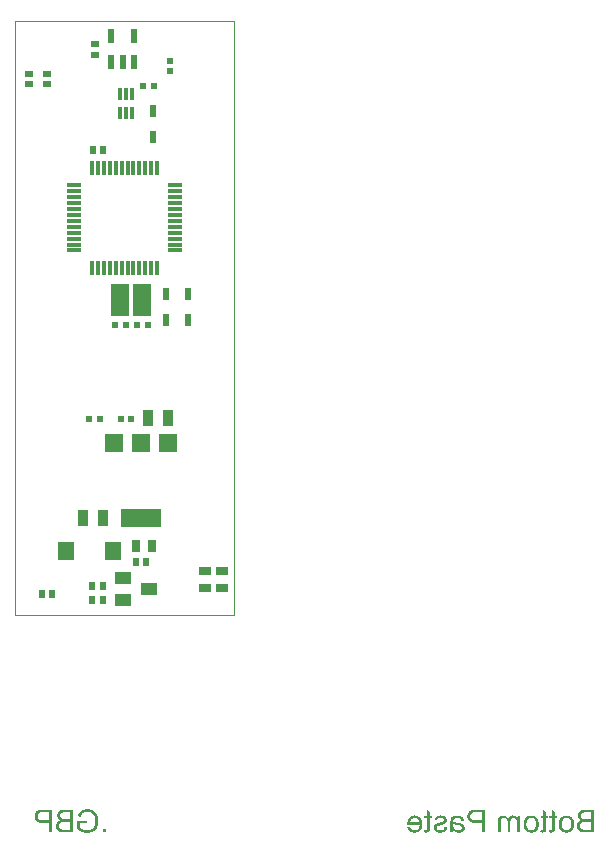
<source format=gbp>
G04*
G04 #@! TF.GenerationSoftware,Altium Limited,Altium Designer,18.1.9 (240)*
G04*
G04 Layer_Color=128*
%FSLAX43Y43*%
%MOMM*%
G71*
G01*
G75*
%ADD10R,1.000X0.640*%
%ADD11R,0.640X1.000*%
%ADD12C,0.100*%
%ADD14R,0.600X1.300*%
%ADD15R,0.700X0.510*%
%ADD16R,1.400X1.000*%
%ADD28R,0.540X1.060*%
%ADD32R,0.560X0.510*%
%ADD33R,0.510X0.700*%
%ADD34R,0.510X0.560*%
%ADD35R,3.500X1.650*%
%ADD36R,1.500X1.650*%
%ADD37R,1.200X0.300*%
%ADD38R,0.300X1.200*%
%ADD39R,0.300X0.990*%
%ADD40R,1.400X1.640*%
%ADD41R,1.500X2.700*%
%ADD42R,0.900X1.400*%
G36*
X6205Y-16437D02*
X6302Y-16451D01*
X6346Y-16459D01*
X6388Y-16470D01*
X6427Y-16478D01*
X6463Y-16489D01*
X6496Y-16501D01*
X6524Y-16512D01*
X6549Y-16523D01*
X6571Y-16531D01*
X6588Y-16539D01*
X6599Y-16545D01*
X6607Y-16548D01*
X6610Y-16550D01*
X6649Y-16575D01*
X6688Y-16600D01*
X6754Y-16659D01*
X6813Y-16717D01*
X6860Y-16778D01*
X6899Y-16831D01*
X6912Y-16853D01*
X6924Y-16875D01*
X6935Y-16892D01*
X6940Y-16903D01*
X6943Y-16911D01*
X6946Y-16914D01*
X6985Y-17006D01*
X7012Y-17097D01*
X7035Y-17186D01*
X7040Y-17228D01*
X7048Y-17267D01*
X7051Y-17303D01*
X7057Y-17333D01*
X7060Y-17364D01*
Y-17389D01*
X7062Y-17408D01*
Y-17422D01*
Y-17433D01*
Y-17436D01*
X7057Y-17539D01*
X7043Y-17636D01*
X7035Y-17680D01*
X7026Y-17722D01*
X7015Y-17764D01*
X7004Y-17800D01*
X6993Y-17833D01*
X6982Y-17861D01*
X6974Y-17889D01*
X6965Y-17908D01*
X6957Y-17927D01*
X6951Y-17939D01*
X6946Y-17947D01*
Y-17950D01*
X6896Y-18030D01*
X6840Y-18100D01*
X6782Y-18161D01*
X6726Y-18211D01*
X6674Y-18250D01*
X6654Y-18263D01*
X6635Y-18277D01*
X6618Y-18286D01*
X6607Y-18294D01*
X6599Y-18297D01*
X6596Y-18299D01*
X6552Y-18322D01*
X6507Y-18338D01*
X6418Y-18369D01*
X6332Y-18388D01*
X6252Y-18405D01*
X6216Y-18408D01*
X6182Y-18413D01*
X6152Y-18416D01*
X6127D01*
X6107Y-18419D01*
X6080D01*
X6002Y-18416D01*
X5927Y-18408D01*
X5857Y-18394D01*
X5796Y-18380D01*
X5771Y-18374D01*
X5746Y-18369D01*
X5724Y-18361D01*
X5705Y-18355D01*
X5691Y-18349D01*
X5680Y-18347D01*
X5674Y-18344D01*
X5671D01*
X5597Y-18313D01*
X5527Y-18277D01*
X5460Y-18238D01*
X5402Y-18202D01*
X5377Y-18186D01*
X5352Y-18169D01*
X5333Y-18155D01*
X5316Y-18144D01*
X5302Y-18133D01*
X5291Y-18125D01*
X5286Y-18122D01*
X5283Y-18119D01*
Y-17406D01*
X6099D01*
Y-17633D01*
X5533D01*
Y-17994D01*
X5566Y-18022D01*
X5605Y-18047D01*
X5647Y-18069D01*
X5685Y-18089D01*
X5719Y-18105D01*
X5749Y-18119D01*
X5760Y-18125D01*
X5766Y-18127D01*
X5771Y-18130D01*
X5774D01*
X5833Y-18150D01*
X5891Y-18166D01*
X5944Y-18177D01*
X5994Y-18183D01*
X6035Y-18188D01*
X6052D01*
X6068Y-18191D01*
X6096D01*
X6166Y-18188D01*
X6232Y-18177D01*
X6293Y-18163D01*
X6349Y-18150D01*
X6393Y-18133D01*
X6413Y-18127D01*
X6427Y-18122D01*
X6440Y-18116D01*
X6449Y-18111D01*
X6454Y-18108D01*
X6457D01*
X6515Y-18072D01*
X6568Y-18033D01*
X6613Y-17991D01*
X6649Y-17950D01*
X6679Y-17911D01*
X6699Y-17880D01*
X6707Y-17869D01*
X6710Y-17861D01*
X6715Y-17855D01*
Y-17853D01*
X6743Y-17783D01*
X6765Y-17711D01*
X6779Y-17639D01*
X6790Y-17569D01*
X6793Y-17539D01*
X6796Y-17511D01*
X6799Y-17483D01*
Y-17461D01*
X6801Y-17444D01*
Y-17431D01*
Y-17422D01*
Y-17419D01*
X6799Y-17342D01*
X6790Y-17272D01*
X6779Y-17206D01*
X6765Y-17147D01*
X6760Y-17122D01*
X6751Y-17100D01*
X6746Y-17081D01*
X6740Y-17064D01*
X6735Y-17050D01*
X6732Y-17042D01*
X6729Y-17036D01*
Y-17034D01*
X6710Y-16995D01*
X6690Y-16959D01*
X6671Y-16925D01*
X6651Y-16898D01*
X6635Y-16875D01*
X6621Y-16856D01*
X6610Y-16845D01*
X6607Y-16842D01*
X6577Y-16811D01*
X6543Y-16784D01*
X6507Y-16761D01*
X6474Y-16739D01*
X6446Y-16725D01*
X6424Y-16712D01*
X6407Y-16706D01*
X6402Y-16703D01*
X6352Y-16684D01*
X6302Y-16670D01*
X6249Y-16662D01*
X6202Y-16653D01*
X6160Y-16650D01*
X6143D01*
X6130Y-16648D01*
X6099D01*
X6046Y-16650D01*
X5996Y-16656D01*
X5952Y-16664D01*
X5913Y-16673D01*
X5880Y-16684D01*
X5855Y-16692D01*
X5841Y-16698D01*
X5835Y-16700D01*
X5794Y-16720D01*
X5758Y-16742D01*
X5724Y-16764D01*
X5699Y-16786D01*
X5680Y-16806D01*
X5663Y-16820D01*
X5655Y-16831D01*
X5652Y-16834D01*
X5627Y-16867D01*
X5608Y-16906D01*
X5588Y-16942D01*
X5572Y-16981D01*
X5560Y-17014D01*
X5552Y-17039D01*
X5549Y-17050D01*
X5547Y-17059D01*
X5544Y-17061D01*
Y-17064D01*
X5313Y-17003D01*
X5333Y-16934D01*
X5358Y-16873D01*
X5383Y-16817D01*
X5405Y-16773D01*
X5427Y-16736D01*
X5444Y-16712D01*
X5455Y-16695D01*
X5460Y-16689D01*
X5499Y-16645D01*
X5541Y-16609D01*
X5585Y-16575D01*
X5627Y-16548D01*
X5666Y-16528D01*
X5696Y-16512D01*
X5708Y-16506D01*
X5716Y-16503D01*
X5721Y-16501D01*
X5724D01*
X5788Y-16478D01*
X5855Y-16462D01*
X5916Y-16448D01*
X5974Y-16439D01*
X6027Y-16434D01*
X6049D01*
X6066Y-16431D01*
X6155D01*
X6205Y-16437D01*
D02*
G37*
G36*
X7706Y-18386D02*
X7437D01*
Y-18116D01*
X7706D01*
Y-18386D01*
D02*
G37*
G36*
X4919D02*
X4186D01*
X4120Y-18383D01*
X4061Y-18380D01*
X4009Y-18374D01*
X3964Y-18369D01*
X3928Y-18363D01*
X3900Y-18361D01*
X3884Y-18355D01*
X3878D01*
X3831Y-18341D01*
X3792Y-18327D01*
X3756Y-18311D01*
X3725Y-18294D01*
X3700Y-18283D01*
X3681Y-18272D01*
X3670Y-18263D01*
X3667Y-18261D01*
X3637Y-18236D01*
X3609Y-18205D01*
X3587Y-18175D01*
X3564Y-18147D01*
X3548Y-18119D01*
X3537Y-18100D01*
X3528Y-18086D01*
X3525Y-18080D01*
X3506Y-18036D01*
X3492Y-17991D01*
X3481Y-17950D01*
X3475Y-17911D01*
X3470Y-17878D01*
X3467Y-17850D01*
Y-17833D01*
Y-17830D01*
Y-17828D01*
X3470Y-17766D01*
X3481Y-17711D01*
X3498Y-17664D01*
X3514Y-17619D01*
X3531Y-17586D01*
X3548Y-17561D01*
X3559Y-17544D01*
X3562Y-17539D01*
X3600Y-17494D01*
X3642Y-17458D01*
X3689Y-17428D01*
X3731Y-17403D01*
X3770Y-17383D01*
X3803Y-17372D01*
X3814Y-17367D01*
X3823Y-17364D01*
X3828Y-17361D01*
X3831D01*
X3784Y-17333D01*
X3742Y-17306D01*
X3709Y-17275D01*
X3681Y-17247D01*
X3659Y-17225D01*
X3642Y-17203D01*
X3634Y-17192D01*
X3631Y-17186D01*
X3609Y-17145D01*
X3592Y-17106D01*
X3578Y-17067D01*
X3570Y-17031D01*
X3564Y-17000D01*
X3562Y-16975D01*
Y-16961D01*
Y-16956D01*
X3564Y-16909D01*
X3573Y-16861D01*
X3587Y-16820D01*
X3600Y-16781D01*
X3614Y-16748D01*
X3628Y-16725D01*
X3637Y-16709D01*
X3639Y-16703D01*
X3670Y-16662D01*
X3703Y-16623D01*
X3739Y-16592D01*
X3773Y-16567D01*
X3800Y-16548D01*
X3825Y-16534D01*
X3842Y-16525D01*
X3845Y-16523D01*
X3848D01*
X3900Y-16503D01*
X3959Y-16489D01*
X4017Y-16478D01*
X4072Y-16473D01*
X4122Y-16467D01*
X4145D01*
X4164Y-16464D01*
X4919D01*
Y-18386D01*
D02*
G37*
G36*
X3117D02*
X2862D01*
Y-17605D01*
X2371D01*
X2298Y-17603D01*
X2229Y-17597D01*
X2168Y-17589D01*
X2112Y-17578D01*
X2060Y-17567D01*
X2015Y-17553D01*
X1974Y-17536D01*
X1937Y-17519D01*
X1907Y-17506D01*
X1879Y-17489D01*
X1857Y-17475D01*
X1840Y-17461D01*
X1826Y-17453D01*
X1818Y-17444D01*
X1813Y-17439D01*
X1810Y-17436D01*
X1782Y-17403D01*
X1757Y-17369D01*
X1738Y-17336D01*
X1718Y-17300D01*
X1701Y-17264D01*
X1690Y-17231D01*
X1671Y-17167D01*
X1665Y-17136D01*
X1660Y-17109D01*
X1657Y-17084D01*
X1654Y-17064D01*
X1652Y-17045D01*
Y-17034D01*
Y-17025D01*
Y-17022D01*
X1654Y-16970D01*
X1660Y-16920D01*
X1671Y-16875D01*
X1679Y-16836D01*
X1690Y-16803D01*
X1701Y-16778D01*
X1707Y-16764D01*
X1710Y-16759D01*
X1732Y-16717D01*
X1760Y-16681D01*
X1785Y-16648D01*
X1810Y-16623D01*
X1832Y-16603D01*
X1849Y-16587D01*
X1860Y-16578D01*
X1865Y-16575D01*
X1901Y-16553D01*
X1943Y-16534D01*
X1982Y-16517D01*
X2018Y-16503D01*
X2051Y-16495D01*
X2076Y-16489D01*
X2096Y-16484D01*
X2101D01*
X2143Y-16478D01*
X2190Y-16473D01*
X2240Y-16470D01*
X2287Y-16467D01*
X2329Y-16464D01*
X3117D01*
Y-18386D01*
D02*
G37*
G36*
X42188Y-16964D02*
X42235Y-16972D01*
X42277Y-16981D01*
X42313Y-16992D01*
X42344Y-17006D01*
X42366Y-17014D01*
X42380Y-17022D01*
X42385Y-17025D01*
X42424Y-17050D01*
X42457Y-17078D01*
X42488Y-17106D01*
X42513Y-17133D01*
X42532Y-17156D01*
X42549Y-17175D01*
X42557Y-17186D01*
X42560Y-17192D01*
Y-16992D01*
X42771D01*
Y-18386D01*
X42535D01*
Y-17664D01*
X42532Y-17597D01*
X42530Y-17539D01*
X42524Y-17489D01*
X42516Y-17447D01*
X42507Y-17417D01*
X42502Y-17394D01*
X42499Y-17381D01*
X42496Y-17375D01*
X42480Y-17339D01*
X42460Y-17308D01*
X42441Y-17281D01*
X42421Y-17258D01*
X42402Y-17242D01*
X42388Y-17231D01*
X42377Y-17222D01*
X42374Y-17220D01*
X42341Y-17203D01*
X42310Y-17189D01*
X42277Y-17181D01*
X42249Y-17172D01*
X42227Y-17170D01*
X42208Y-17167D01*
X42191D01*
X42144Y-17170D01*
X42105Y-17178D01*
X42072Y-17192D01*
X42047Y-17206D01*
X42027Y-17222D01*
X42013Y-17233D01*
X42005Y-17245D01*
X42002Y-17247D01*
X41983Y-17281D01*
X41969Y-17317D01*
X41958Y-17356D01*
X41952Y-17394D01*
X41947Y-17428D01*
X41944Y-17458D01*
Y-17469D01*
Y-17475D01*
Y-17481D01*
Y-17483D01*
Y-18386D01*
X41708Y-18386D01*
Y-17578D01*
X41702Y-17503D01*
X41691Y-17439D01*
X41677Y-17386D01*
X41658Y-17342D01*
X41641Y-17308D01*
X41625Y-17286D01*
X41613Y-17272D01*
X41611Y-17267D01*
X41572Y-17233D01*
X41530Y-17208D01*
X41489Y-17192D01*
X41450Y-17178D01*
X41416Y-17172D01*
X41389Y-17170D01*
X41378Y-17167D01*
X41364D01*
X41333Y-17170D01*
X41308Y-17172D01*
X41283Y-17178D01*
X41264Y-17186D01*
X41244Y-17195D01*
X41233Y-17200D01*
X41225Y-17203D01*
X41222Y-17206D01*
X41200Y-17222D01*
X41183Y-17239D01*
X41169Y-17256D01*
X41158Y-17272D01*
X41150Y-17286D01*
X41144Y-17297D01*
X41139Y-17306D01*
Y-17308D01*
X41130Y-17333D01*
X41125Y-17367D01*
X41122Y-17400D01*
X41119Y-17433D01*
X41117Y-17464D01*
Y-17489D01*
Y-17506D01*
Y-17508D01*
Y-17511D01*
Y-18386D01*
X40881D01*
Y-17431D01*
Y-17386D01*
X40886Y-17347D01*
X40892Y-17308D01*
X40897Y-17275D01*
X40906Y-17242D01*
X40917Y-17214D01*
X40925Y-17189D01*
X40936Y-17164D01*
X40947Y-17145D01*
X40956Y-17125D01*
X40975Y-17100D01*
X40986Y-17084D01*
X40992Y-17078D01*
X41036Y-17039D01*
X41089Y-17011D01*
X41142Y-16989D01*
X41192Y-16975D01*
X41239Y-16967D01*
X41258Y-16964D01*
X41278D01*
X41291Y-16961D01*
X41311D01*
X41361Y-16964D01*
X41405Y-16972D01*
X41450Y-16984D01*
X41491Y-17000D01*
X41530Y-17020D01*
X41566Y-17039D01*
X41597Y-17061D01*
X41627Y-17084D01*
X41655Y-17109D01*
X41677Y-17131D01*
X41697Y-17150D01*
X41713Y-17170D01*
X41727Y-17186D01*
X41736Y-17197D01*
X41741Y-17206D01*
X41744Y-17208D01*
X41761Y-17167D01*
X41783Y-17131D01*
X41808Y-17100D01*
X41830Y-17075D01*
X41852Y-17053D01*
X41869Y-17039D01*
X41880Y-17031D01*
X41886Y-17028D01*
X41924Y-17006D01*
X41966Y-16989D01*
X42008Y-16978D01*
X42049Y-16970D01*
X42083Y-16964D01*
X42113Y-16961D01*
X42138D01*
X42188Y-16964D01*
D02*
G37*
G36*
X37471Y-16964D02*
X37530Y-16970D01*
X37585Y-16978D01*
X37630Y-16986D01*
X37668Y-16995D01*
X37696Y-17003D01*
X37707Y-17006D01*
X37716Y-17009D01*
X37718Y-17011D01*
X37721D01*
X37768Y-17031D01*
X37810Y-17056D01*
X37846Y-17078D01*
X37877Y-17100D01*
X37899Y-17122D01*
X37916Y-17139D01*
X37927Y-17150D01*
X37929Y-17153D01*
X37954Y-17189D01*
X37977Y-17228D01*
X37993Y-17267D01*
X38007Y-17303D01*
X38018Y-17339D01*
X38027Y-17364D01*
X38029Y-17375D01*
Y-17383D01*
X38032Y-17386D01*
Y-17389D01*
X37802Y-17419D01*
X37785Y-17369D01*
X37768Y-17325D01*
X37749Y-17289D01*
X37732Y-17261D01*
X37716Y-17239D01*
X37702Y-17225D01*
X37691Y-17217D01*
X37688Y-17214D01*
X37655Y-17195D01*
X37616Y-17181D01*
X37574Y-17170D01*
X37535Y-17164D01*
X37496Y-17158D01*
X37469Y-17156D01*
X37441D01*
X37377Y-17158D01*
X37321Y-17167D01*
X37277Y-17181D01*
X37238Y-17195D01*
X37210Y-17211D01*
X37188Y-17222D01*
X37174Y-17233D01*
X37172Y-17236D01*
X37149Y-17261D01*
X37133Y-17292D01*
X37119Y-17325D01*
X37110Y-17358D01*
X37105Y-17389D01*
X37102Y-17417D01*
Y-17433D01*
Y-17436D01*
Y-17439D01*
Y-17444D01*
Y-17456D01*
Y-17475D01*
X37105Y-17492D01*
Y-17497D01*
Y-17500D01*
X37133Y-17508D01*
X37163Y-17517D01*
X37227Y-17533D01*
X37299Y-17547D01*
X37366Y-17561D01*
X37399Y-17567D01*
X37430Y-17569D01*
X37458Y-17575D01*
X37480Y-17578D01*
X37499Y-17580D01*
X37513D01*
X37524Y-17583D01*
X37527D01*
X37577Y-17589D01*
X37619Y-17597D01*
X37655Y-17603D01*
X37682Y-17608D01*
X37705Y-17611D01*
X37721Y-17617D01*
X37732Y-17619D01*
X37735D01*
X37771Y-17630D01*
X37802Y-17642D01*
X37832Y-17655D01*
X37857Y-17667D01*
X37879Y-17678D01*
X37893Y-17689D01*
X37904Y-17694D01*
X37907Y-17697D01*
X37935Y-17716D01*
X37957Y-17739D01*
X37979Y-17761D01*
X37996Y-17783D01*
X38010Y-17803D01*
X38021Y-17819D01*
X38027Y-17830D01*
X38029Y-17833D01*
X38043Y-17864D01*
X38054Y-17897D01*
X38063Y-17927D01*
X38068Y-17958D01*
X38071Y-17983D01*
X38074Y-18002D01*
Y-18014D01*
Y-18019D01*
X38071Y-18052D01*
X38068Y-18080D01*
X38054Y-18138D01*
X38035Y-18186D01*
X38013Y-18227D01*
X37991Y-18261D01*
X37971Y-18286D01*
X37957Y-18300D01*
X37952Y-18305D01*
X37902Y-18341D01*
X37846Y-18369D01*
X37785Y-18388D01*
X37730Y-18402D01*
X37680Y-18411D01*
X37657Y-18413D01*
X37638D01*
X37621Y-18416D01*
X37599D01*
X37549Y-18413D01*
X37499Y-18408D01*
X37455Y-18402D01*
X37416Y-18394D01*
X37385Y-18386D01*
X37360Y-18377D01*
X37344Y-18374D01*
X37338Y-18372D01*
X37291Y-18352D01*
X37247Y-18327D01*
X37205Y-18300D01*
X37163Y-18275D01*
X37130Y-18250D01*
X37105Y-18230D01*
X37088Y-18216D01*
X37085Y-18211D01*
X37083D01*
X37077Y-18247D01*
X37072Y-18280D01*
X37066Y-18311D01*
X37058Y-18336D01*
X37049Y-18358D01*
X37044Y-18372D01*
X37041Y-18383D01*
X37038Y-18386D01*
X36791D01*
X36805Y-18355D01*
X36819Y-18324D01*
X36830Y-18297D01*
X36836Y-18272D01*
X36844Y-18250D01*
X36847Y-18233D01*
X36850Y-18222D01*
Y-18219D01*
X36852Y-18200D01*
X36855Y-18175D01*
Y-18147D01*
X36858Y-18116D01*
X36861Y-18047D01*
Y-17977D01*
X36863Y-17911D01*
Y-17880D01*
Y-17855D01*
Y-17833D01*
Y-17816D01*
Y-17805D01*
Y-17803D01*
Y-17486D01*
Y-17433D01*
X36866Y-17386D01*
X36869Y-17350D01*
Y-17319D01*
X36872Y-17297D01*
X36874Y-17281D01*
X36877Y-17272D01*
Y-17270D01*
X36886Y-17233D01*
X36897Y-17203D01*
X36908Y-17178D01*
X36922Y-17153D01*
X36933Y-17136D01*
X36941Y-17122D01*
X36947Y-17114D01*
X36949Y-17111D01*
X36972Y-17089D01*
X36997Y-17067D01*
X37024Y-17050D01*
X37052Y-17034D01*
X37077Y-17022D01*
X37097Y-17014D01*
X37110Y-17009D01*
X37116Y-17006D01*
X37160Y-16992D01*
X37208Y-16981D01*
X37255Y-16972D01*
X37302Y-16967D01*
X37344Y-16964D01*
X37374Y-16961D01*
X37405D01*
X37471Y-16964D01*
D02*
G37*
G36*
X45717Y-16648D02*
Y-16992D01*
X45892D01*
Y-17175D01*
X45717D01*
Y-17980D01*
Y-18019D01*
Y-18052D01*
X45714Y-18083D01*
X45711Y-18114D01*
Y-18138D01*
X45708Y-18161D01*
X45703Y-18197D01*
X45697Y-18225D01*
X45695Y-18244D01*
X45689Y-18255D01*
Y-18258D01*
X45678Y-18283D01*
X45661Y-18302D01*
X45645Y-18322D01*
X45631Y-18336D01*
X45614Y-18349D01*
X45603Y-18358D01*
X45595Y-18363D01*
X45592Y-18366D01*
X45561Y-18380D01*
X45531Y-18388D01*
X45497Y-18397D01*
X45464Y-18399D01*
X45436Y-18402D01*
X45414Y-18405D01*
X45392D01*
X45331Y-18402D01*
X45300Y-18399D01*
X45273Y-18394D01*
X45248Y-18391D01*
X45228Y-18388D01*
X45217Y-18386D01*
X45211D01*
X45242Y-18177D01*
X45264Y-18180D01*
X45286Y-18183D01*
X45306D01*
X45320Y-18186D01*
X45348D01*
X45384Y-18183D01*
X45409Y-18177D01*
X45422Y-18172D01*
X45428Y-18169D01*
X45447Y-18155D01*
X45459Y-18141D01*
X45467Y-18130D01*
X45470Y-18125D01*
X45472Y-18111D01*
X45475Y-18091D01*
X45478Y-18047D01*
X45481Y-18027D01*
Y-18011D01*
Y-18000D01*
Y-17994D01*
Y-17175D01*
X45242D01*
Y-16992D01*
X45481D01*
Y-16506D01*
X45717Y-16648D01*
D02*
G37*
G36*
X44970D02*
Y-16992D01*
X45145D01*
Y-17175D01*
X44970D01*
Y-17980D01*
Y-18019D01*
Y-18052D01*
X44967Y-18083D01*
X44964Y-18114D01*
Y-18138D01*
X44962Y-18161D01*
X44956Y-18197D01*
X44951Y-18225D01*
X44948Y-18244D01*
X44942Y-18255D01*
Y-18258D01*
X44931Y-18283D01*
X44914Y-18302D01*
X44898Y-18322D01*
X44884Y-18336D01*
X44867Y-18349D01*
X44856Y-18358D01*
X44848Y-18363D01*
X44845Y-18366D01*
X44814Y-18380D01*
X44784Y-18388D01*
X44751Y-18397D01*
X44717Y-18399D01*
X44690Y-18402D01*
X44667Y-18405D01*
X44645D01*
X44584Y-18402D01*
X44554Y-18399D01*
X44526Y-18394D01*
X44501Y-18391D01*
X44481Y-18388D01*
X44470Y-18386D01*
X44465D01*
X44495Y-18177D01*
X44517Y-18180D01*
X44540Y-18183D01*
X44559D01*
X44573Y-18186D01*
X44601D01*
X44637Y-18183D01*
X44662Y-18177D01*
X44676Y-18172D01*
X44681Y-18169D01*
X44701Y-18155D01*
X44712Y-18141D01*
X44720Y-18130D01*
X44723Y-18125D01*
X44726Y-18111D01*
X44728Y-18091D01*
X44731Y-18047D01*
X44734Y-18027D01*
Y-18011D01*
Y-18000D01*
Y-17994D01*
Y-17175D01*
X44495D01*
Y-16992D01*
X44734D01*
Y-16506D01*
X44970Y-16648D01*
D02*
G37*
G36*
X35117Y-16648D02*
Y-16992D01*
X35292D01*
Y-17175D01*
X35117D01*
Y-17980D01*
Y-18019D01*
Y-18052D01*
X35114Y-18083D01*
X35112Y-18114D01*
Y-18138D01*
X35109Y-18161D01*
X35103Y-18197D01*
X35098Y-18225D01*
X35095Y-18244D01*
X35089Y-18255D01*
Y-18258D01*
X35078Y-18283D01*
X35062Y-18302D01*
X35045Y-18322D01*
X35031Y-18336D01*
X35014Y-18349D01*
X35003Y-18358D01*
X34995Y-18363D01*
X34992Y-18366D01*
X34962Y-18380D01*
X34931Y-18388D01*
X34898Y-18397D01*
X34865Y-18399D01*
X34837Y-18402D01*
X34815Y-18405D01*
X34792D01*
X34731Y-18402D01*
X34701Y-18399D01*
X34673Y-18394D01*
X34648Y-18391D01*
X34629Y-18388D01*
X34617Y-18386D01*
X34612D01*
X34642Y-18177D01*
X34665Y-18180D01*
X34687Y-18183D01*
X34706D01*
X34720Y-18186D01*
X34748D01*
X34784Y-18183D01*
X34809Y-18177D01*
X34823Y-18172D01*
X34828Y-18169D01*
X34848Y-18155D01*
X34859Y-18141D01*
X34867Y-18130D01*
X34870Y-18125D01*
X34873Y-18111D01*
X34876Y-18091D01*
X34878Y-18047D01*
X34881Y-18027D01*
Y-18011D01*
Y-18000D01*
Y-17994D01*
Y-17175D01*
X34642D01*
Y-16992D01*
X34881D01*
Y-16506D01*
X35117Y-16648D01*
D02*
G37*
G36*
X33893Y-16964D02*
X33943Y-16970D01*
X33990Y-16978D01*
X34034Y-16992D01*
X34076Y-17006D01*
X34115Y-17022D01*
X34151Y-17039D01*
X34182Y-17059D01*
X34212Y-17075D01*
X34237Y-17095D01*
X34259Y-17111D01*
X34276Y-17125D01*
X34290Y-17139D01*
X34301Y-17147D01*
X34306Y-17153D01*
X34309Y-17156D01*
X34340Y-17195D01*
X34368Y-17236D01*
X34393Y-17278D01*
X34415Y-17322D01*
X34431Y-17369D01*
X34445Y-17414D01*
X34468Y-17503D01*
X34476Y-17542D01*
X34481Y-17580D01*
X34484Y-17614D01*
X34487Y-17644D01*
X34490Y-17669D01*
Y-17686D01*
Y-17700D01*
Y-17703D01*
X34487Y-17764D01*
X34481Y-17822D01*
X34473Y-17878D01*
X34462Y-17927D01*
X34448Y-17975D01*
X34434Y-18019D01*
X34418Y-18058D01*
X34401Y-18094D01*
X34384Y-18125D01*
X34368Y-18152D01*
X34354Y-18175D01*
X34340Y-18194D01*
X34329Y-18211D01*
X34320Y-18222D01*
X34315Y-18227D01*
X34312Y-18230D01*
X34276Y-18263D01*
X34240Y-18291D01*
X34201Y-18316D01*
X34159Y-18338D01*
X34120Y-18355D01*
X34079Y-18372D01*
X34001Y-18394D01*
X33965Y-18399D01*
X33932Y-18405D01*
X33901Y-18411D01*
X33876Y-18413D01*
X33857Y-18416D01*
X33826D01*
X33740Y-18411D01*
X33662Y-18397D01*
X33593Y-18380D01*
X33565Y-18369D01*
X33537Y-18358D01*
X33512Y-18347D01*
X33490Y-18336D01*
X33474Y-18327D01*
X33457Y-18319D01*
X33446Y-18311D01*
X33438Y-18305D01*
X33432Y-18300D01*
X33429D01*
X33374Y-18250D01*
X33329Y-18197D01*
X33290Y-18141D01*
X33263Y-18089D01*
X33240Y-18041D01*
X33232Y-18019D01*
X33224Y-18002D01*
X33218Y-17986D01*
X33215Y-17975D01*
X33213Y-17969D01*
Y-17966D01*
X33457Y-17936D01*
X33479Y-17989D01*
X33504Y-18033D01*
X33529Y-18072D01*
X33551Y-18102D01*
X33571Y-18125D01*
X33587Y-18141D01*
X33601Y-18152D01*
X33604Y-18155D01*
X33640Y-18177D01*
X33676Y-18194D01*
X33715Y-18205D01*
X33748Y-18213D01*
X33779Y-18219D01*
X33804Y-18222D01*
X33826D01*
X33860Y-18219D01*
X33890Y-18216D01*
X33946Y-18202D01*
X33996Y-18183D01*
X34040Y-18161D01*
X34073Y-18141D01*
X34098Y-18122D01*
X34115Y-18108D01*
X34118Y-18102D01*
X34120D01*
X34159Y-18052D01*
X34190Y-17997D01*
X34212Y-17936D01*
X34229Y-17880D01*
X34237Y-17830D01*
X34243Y-17808D01*
X34245Y-17789D01*
Y-17772D01*
X34248Y-17761D01*
Y-17753D01*
Y-17750D01*
X33207D01*
X33204Y-17722D01*
Y-17703D01*
Y-17692D01*
Y-17689D01*
X33207Y-17625D01*
X33213Y-17567D01*
X33221Y-17511D01*
X33232Y-17458D01*
X33246Y-17411D01*
X33260Y-17367D01*
X33277Y-17328D01*
X33293Y-17292D01*
X33310Y-17258D01*
X33326Y-17231D01*
X33340Y-17208D01*
X33354Y-17189D01*
X33365Y-17172D01*
X33374Y-17161D01*
X33379Y-17156D01*
X33382Y-17153D01*
X33415Y-17120D01*
X33451Y-17089D01*
X33490Y-17064D01*
X33529Y-17042D01*
X33568Y-17022D01*
X33604Y-17009D01*
X33643Y-16995D01*
X33676Y-16986D01*
X33712Y-16978D01*
X33743Y-16972D01*
X33771Y-16967D01*
X33793Y-16964D01*
X33812Y-16961D01*
X33840D01*
X33893Y-16964D01*
D02*
G37*
G36*
X49020Y-18386D02*
X48288D01*
X48221Y-18383D01*
X48163Y-18380D01*
X48110Y-18374D01*
X48065Y-18369D01*
X48029Y-18363D01*
X48002Y-18361D01*
X47985Y-18355D01*
X47979D01*
X47932Y-18341D01*
X47893Y-18327D01*
X47857Y-18311D01*
X47827Y-18294D01*
X47802Y-18283D01*
X47782Y-18272D01*
X47771Y-18263D01*
X47768Y-18261D01*
X47738Y-18236D01*
X47710Y-18205D01*
X47688Y-18175D01*
X47666Y-18147D01*
X47649Y-18119D01*
X47638Y-18100D01*
X47630Y-18086D01*
X47627Y-18080D01*
X47607Y-18036D01*
X47593Y-17991D01*
X47582Y-17950D01*
X47577Y-17911D01*
X47571Y-17878D01*
X47568Y-17850D01*
Y-17833D01*
Y-17830D01*
Y-17828D01*
X47571Y-17766D01*
X47582Y-17711D01*
X47599Y-17664D01*
X47616Y-17619D01*
X47632Y-17586D01*
X47649Y-17561D01*
X47660Y-17544D01*
X47663Y-17539D01*
X47702Y-17494D01*
X47743Y-17458D01*
X47791Y-17428D01*
X47832Y-17403D01*
X47871Y-17383D01*
X47904Y-17372D01*
X47916Y-17367D01*
X47924Y-17364D01*
X47929Y-17361D01*
X47932D01*
X47885Y-17333D01*
X47843Y-17306D01*
X47810Y-17275D01*
X47782Y-17247D01*
X47760Y-17225D01*
X47743Y-17203D01*
X47735Y-17192D01*
X47732Y-17186D01*
X47710Y-17145D01*
X47693Y-17106D01*
X47680Y-17067D01*
X47671Y-17031D01*
X47666Y-17000D01*
X47663Y-16975D01*
Y-16961D01*
Y-16956D01*
X47666Y-16909D01*
X47674Y-16861D01*
X47688Y-16820D01*
X47702Y-16781D01*
X47716Y-16748D01*
X47730Y-16725D01*
X47738Y-16709D01*
X47741Y-16703D01*
X47771Y-16662D01*
X47804Y-16623D01*
X47841Y-16592D01*
X47874Y-16567D01*
X47902Y-16548D01*
X47927Y-16534D01*
X47943Y-16525D01*
X47946Y-16523D01*
X47949D01*
X48002Y-16503D01*
X48060Y-16489D01*
X48118Y-16478D01*
X48174Y-16473D01*
X48224Y-16467D01*
X48246D01*
X48265Y-16464D01*
X49020D01*
Y-18386D01*
D02*
G37*
G36*
X39753Y-18386D02*
X39498D01*
Y-17605D01*
X39007D01*
X38934Y-17603D01*
X38865Y-17597D01*
X38804Y-17589D01*
X38748Y-17578D01*
X38696Y-17567D01*
X38651Y-17553D01*
X38610Y-17536D01*
X38574Y-17519D01*
X38543Y-17506D01*
X38515Y-17489D01*
X38493Y-17475D01*
X38476Y-17461D01*
X38462Y-17453D01*
X38454Y-17444D01*
X38449Y-17439D01*
X38446Y-17436D01*
X38418Y-17403D01*
X38393Y-17369D01*
X38374Y-17336D01*
X38354Y-17300D01*
X38338Y-17264D01*
X38326Y-17231D01*
X38307Y-17167D01*
X38301Y-17136D01*
X38296Y-17109D01*
X38293Y-17084D01*
X38290Y-17064D01*
X38288Y-17045D01*
Y-17034D01*
Y-17025D01*
Y-17022D01*
X38290Y-16970D01*
X38296Y-16920D01*
X38307Y-16875D01*
X38315Y-16836D01*
X38326Y-16803D01*
X38338Y-16778D01*
X38343Y-16764D01*
X38346Y-16759D01*
X38368Y-16717D01*
X38396Y-16681D01*
X38421Y-16648D01*
X38446Y-16623D01*
X38468Y-16603D01*
X38485Y-16587D01*
X38496Y-16578D01*
X38501Y-16575D01*
X38537Y-16553D01*
X38579Y-16534D01*
X38618Y-16517D01*
X38654Y-16503D01*
X38687Y-16495D01*
X38712Y-16489D01*
X38732Y-16484D01*
X38737D01*
X38779Y-16478D01*
X38826Y-16473D01*
X38876Y-16470D01*
X38923Y-16467D01*
X38965Y-16464D01*
X39753D01*
Y-18386D01*
D02*
G37*
G36*
X46733Y-16964D02*
X46777Y-16967D01*
X46863Y-16986D01*
X46938Y-17011D01*
X46972Y-17025D01*
X47002Y-17039D01*
X47030Y-17053D01*
X47052Y-17067D01*
X47074Y-17081D01*
X47091Y-17092D01*
X47105Y-17103D01*
X47116Y-17111D01*
X47122Y-17114D01*
X47124Y-17117D01*
X47163Y-17153D01*
X47194Y-17195D01*
X47224Y-17239D01*
X47246Y-17283D01*
X47269Y-17331D01*
X47285Y-17381D01*
X47299Y-17428D01*
X47310Y-17472D01*
X47321Y-17517D01*
X47327Y-17555D01*
X47333Y-17594D01*
X47335Y-17625D01*
Y-17653D01*
X47338Y-17672D01*
Y-17683D01*
Y-17689D01*
X47335Y-17753D01*
X47330Y-17814D01*
X47321Y-17869D01*
X47310Y-17922D01*
X47296Y-17969D01*
X47283Y-18014D01*
X47266Y-18055D01*
X47249Y-18091D01*
X47233Y-18125D01*
X47216Y-18152D01*
X47202Y-18175D01*
X47188Y-18194D01*
X47177Y-18211D01*
X47169Y-18222D01*
X47163Y-18227D01*
X47160Y-18230D01*
X47124Y-18263D01*
X47088Y-18291D01*
X47049Y-18316D01*
X47010Y-18338D01*
X46972Y-18355D01*
X46930Y-18372D01*
X46855Y-18394D01*
X46822Y-18399D01*
X46788Y-18405D01*
X46761Y-18411D01*
X46736Y-18413D01*
X46713Y-18416D01*
X46686D01*
X46619Y-18413D01*
X46558Y-18402D01*
X46500Y-18388D01*
X46452Y-18374D01*
X46411Y-18358D01*
X46394Y-18352D01*
X46380Y-18347D01*
X46366Y-18341D01*
X46358Y-18336D01*
X46355Y-18333D01*
X46353D01*
X46297Y-18297D01*
X46250Y-18258D01*
X46208Y-18219D01*
X46175Y-18180D01*
X46150Y-18147D01*
X46130Y-18119D01*
X46125Y-18108D01*
X46119Y-18100D01*
X46117Y-18097D01*
Y-18094D01*
X46089Y-18030D01*
X46069Y-17961D01*
X46053Y-17891D01*
X46044Y-17822D01*
X46039Y-17791D01*
Y-17764D01*
X46036Y-17736D01*
X46033Y-17714D01*
Y-17694D01*
Y-17680D01*
Y-17672D01*
Y-17669D01*
X46036Y-17608D01*
X46042Y-17553D01*
X46050Y-17500D01*
X46061Y-17450D01*
X46075Y-17403D01*
X46092Y-17361D01*
X46108Y-17319D01*
X46125Y-17286D01*
X46142Y-17256D01*
X46158Y-17228D01*
X46175Y-17203D01*
X46189Y-17183D01*
X46200Y-17170D01*
X46208Y-17158D01*
X46214Y-17153D01*
X46216Y-17150D01*
X46253Y-17117D01*
X46289Y-17089D01*
X46328Y-17061D01*
X46366Y-17042D01*
X46405Y-17022D01*
X46444Y-17009D01*
X46519Y-16984D01*
X46555Y-16978D01*
X46586Y-16972D01*
X46613Y-16967D01*
X46638Y-16964D01*
X46658Y-16961D01*
X46686D01*
X46733Y-16964D01*
D02*
G37*
G36*
X43746D02*
X43790Y-16967D01*
X43876Y-16986D01*
X43951Y-17011D01*
X43984Y-17025D01*
X44015Y-17039D01*
X44043Y-17053D01*
X44065Y-17067D01*
X44087Y-17081D01*
X44104Y-17092D01*
X44118Y-17103D01*
X44129Y-17111D01*
X44134Y-17114D01*
X44137Y-17117D01*
X44176Y-17153D01*
X44206Y-17195D01*
X44237Y-17239D01*
X44259Y-17283D01*
X44281Y-17331D01*
X44298Y-17381D01*
X44312Y-17428D01*
X44323Y-17472D01*
X44334Y-17517D01*
X44340Y-17555D01*
X44345Y-17594D01*
X44348Y-17625D01*
Y-17653D01*
X44351Y-17672D01*
Y-17683D01*
Y-17689D01*
X44348Y-17753D01*
X44343Y-17814D01*
X44334Y-17869D01*
X44323Y-17922D01*
X44309Y-17969D01*
X44295Y-18014D01*
X44279Y-18055D01*
X44262Y-18091D01*
X44245Y-18125D01*
X44229Y-18152D01*
X44215Y-18175D01*
X44201Y-18194D01*
X44190Y-18211D01*
X44181Y-18222D01*
X44176Y-18227D01*
X44173Y-18230D01*
X44137Y-18263D01*
X44101Y-18291D01*
X44062Y-18316D01*
X44023Y-18338D01*
X43984Y-18355D01*
X43943Y-18372D01*
X43868Y-18394D01*
X43834Y-18399D01*
X43801Y-18405D01*
X43773Y-18411D01*
X43748Y-18413D01*
X43726Y-18416D01*
X43698D01*
X43632Y-18413D01*
X43571Y-18402D01*
X43512Y-18388D01*
X43465Y-18374D01*
X43424Y-18358D01*
X43407Y-18352D01*
X43393Y-18347D01*
X43379Y-18341D01*
X43371Y-18336D01*
X43368Y-18333D01*
X43365D01*
X43310Y-18297D01*
X43263Y-18258D01*
X43221Y-18219D01*
X43188Y-18180D01*
X43163Y-18147D01*
X43143Y-18119D01*
X43138Y-18108D01*
X43132Y-18100D01*
X43129Y-18097D01*
Y-18094D01*
X43102Y-18030D01*
X43082Y-17961D01*
X43065Y-17891D01*
X43057Y-17822D01*
X43052Y-17791D01*
Y-17764D01*
X43049Y-17736D01*
X43046Y-17714D01*
Y-17694D01*
Y-17680D01*
Y-17672D01*
Y-17669D01*
X43049Y-17608D01*
X43054Y-17553D01*
X43063Y-17500D01*
X43074Y-17450D01*
X43088Y-17403D01*
X43104Y-17361D01*
X43121Y-17319D01*
X43138Y-17286D01*
X43154Y-17256D01*
X43171Y-17228D01*
X43188Y-17203D01*
X43201Y-17183D01*
X43213Y-17170D01*
X43221Y-17158D01*
X43226Y-17153D01*
X43229Y-17150D01*
X43265Y-17117D01*
X43301Y-17089D01*
X43340Y-17061D01*
X43379Y-17042D01*
X43418Y-17022D01*
X43457Y-17009D01*
X43532Y-16984D01*
X43568Y-16978D01*
X43598Y-16972D01*
X43626Y-16967D01*
X43651Y-16964D01*
X43671Y-16961D01*
X43698D01*
X43746Y-16964D01*
D02*
G37*
G36*
X36122Y-16967D02*
X36155Y-16970D01*
X36186Y-16975D01*
X36211Y-16981D01*
X36230Y-16986D01*
X36242Y-16989D01*
X36247Y-16992D01*
X36280Y-17003D01*
X36311Y-17014D01*
X36336Y-17025D01*
X36358Y-17036D01*
X36375Y-17045D01*
X36386Y-17053D01*
X36394Y-17056D01*
X36397Y-17059D01*
X36425Y-17078D01*
X36447Y-17100D01*
X36466Y-17125D01*
X36483Y-17145D01*
X36497Y-17164D01*
X36505Y-17178D01*
X36511Y-17189D01*
X36514Y-17192D01*
X36527Y-17222D01*
X36539Y-17250D01*
X36544Y-17281D01*
X36550Y-17306D01*
X36552Y-17331D01*
X36555Y-17347D01*
Y-17358D01*
Y-17364D01*
X36552Y-17403D01*
X36547Y-17436D01*
X36539Y-17469D01*
X36530Y-17497D01*
X36522Y-17519D01*
X36514Y-17539D01*
X36508Y-17550D01*
X36505Y-17553D01*
X36483Y-17583D01*
X36458Y-17608D01*
X36433Y-17630D01*
X36408Y-17650D01*
X36386Y-17664D01*
X36369Y-17675D01*
X36358Y-17680D01*
X36353Y-17683D01*
X36333Y-17692D01*
X36308Y-17703D01*
X36253Y-17722D01*
X36194Y-17739D01*
X36133Y-17758D01*
X36080Y-17772D01*
X36056Y-17780D01*
X36033Y-17786D01*
X36017Y-17791D01*
X36003Y-17794D01*
X35994Y-17797D01*
X35992D01*
X35956Y-17805D01*
X35925Y-17814D01*
X35897Y-17822D01*
X35872Y-17830D01*
X35850Y-17836D01*
X35831Y-17844D01*
X35797Y-17855D01*
X35775Y-17864D01*
X35761Y-17872D01*
X35753Y-17875D01*
X35750Y-17878D01*
X35725Y-17894D01*
X35708Y-17916D01*
X35695Y-17936D01*
X35686Y-17955D01*
X35681Y-17975D01*
X35678Y-17989D01*
Y-18000D01*
Y-18002D01*
X35681Y-18036D01*
X35689Y-18064D01*
X35703Y-18091D01*
X35717Y-18114D01*
X35733Y-18133D01*
X35745Y-18147D01*
X35756Y-18155D01*
X35758Y-18158D01*
X35792Y-18180D01*
X35828Y-18194D01*
X35869Y-18205D01*
X35908Y-18213D01*
X35944Y-18219D01*
X35972Y-18222D01*
X36000D01*
X36058Y-18219D01*
X36108Y-18211D01*
X36150Y-18200D01*
X36186Y-18186D01*
X36214Y-18172D01*
X36236Y-18161D01*
X36247Y-18152D01*
X36253Y-18150D01*
X36283Y-18119D01*
X36308Y-18083D01*
X36325Y-18047D01*
X36339Y-18014D01*
X36350Y-17983D01*
X36355Y-17955D01*
X36361Y-17939D01*
Y-17936D01*
Y-17933D01*
X36594Y-17969D01*
X36575Y-18047D01*
X36550Y-18116D01*
X36519Y-18172D01*
X36489Y-18219D01*
X36461Y-18258D01*
X36436Y-18283D01*
X36419Y-18300D01*
X36416Y-18302D01*
X36414Y-18305D01*
X36386Y-18324D01*
X36355Y-18341D01*
X36289Y-18369D01*
X36219Y-18388D01*
X36153Y-18402D01*
X36122Y-18408D01*
X36094Y-18411D01*
X36067Y-18413D01*
X36044D01*
X36025Y-18416D01*
X36000D01*
X35939Y-18413D01*
X35886Y-18408D01*
X35836Y-18399D01*
X35792Y-18388D01*
X35756Y-18377D01*
X35728Y-18369D01*
X35711Y-18363D01*
X35708Y-18361D01*
X35706D01*
X35659Y-18336D01*
X35620Y-18311D01*
X35586Y-18283D01*
X35556Y-18258D01*
X35534Y-18236D01*
X35520Y-18216D01*
X35509Y-18205D01*
X35506Y-18200D01*
X35484Y-18161D01*
X35467Y-18119D01*
X35453Y-18083D01*
X35445Y-18050D01*
X35439Y-18019D01*
X35436Y-17997D01*
Y-17983D01*
Y-17977D01*
X35439Y-17933D01*
X35445Y-17894D01*
X35456Y-17861D01*
X35464Y-17830D01*
X35475Y-17805D01*
X35486Y-17789D01*
X35492Y-17778D01*
X35495Y-17775D01*
X35517Y-17747D01*
X35542Y-17722D01*
X35567Y-17700D01*
X35592Y-17683D01*
X35617Y-17669D01*
X35634Y-17661D01*
X35645Y-17655D01*
X35650Y-17653D01*
X35670Y-17644D01*
X35692Y-17636D01*
X35745Y-17617D01*
X35803Y-17597D01*
X35861Y-17580D01*
X35914Y-17564D01*
X35939Y-17558D01*
X35958Y-17553D01*
X35975Y-17547D01*
X35989Y-17544D01*
X35997Y-17542D01*
X36000D01*
X36031Y-17533D01*
X36058Y-17525D01*
X36083Y-17519D01*
X36105Y-17511D01*
X36142Y-17503D01*
X36169Y-17494D01*
X36189Y-17486D01*
X36200Y-17483D01*
X36205Y-17481D01*
X36208D01*
X36230Y-17469D01*
X36250Y-17461D01*
X36266Y-17450D01*
X36278Y-17442D01*
X36289Y-17433D01*
X36294Y-17425D01*
X36297Y-17422D01*
X36300Y-17419D01*
X36316Y-17392D01*
X36325Y-17364D01*
Y-17353D01*
X36328Y-17344D01*
Y-17339D01*
Y-17336D01*
X36325Y-17311D01*
X36316Y-17286D01*
X36305Y-17264D01*
X36291Y-17247D01*
X36280Y-17231D01*
X36269Y-17220D01*
X36261Y-17214D01*
X36258Y-17211D01*
X36228Y-17192D01*
X36192Y-17178D01*
X36153Y-17170D01*
X36117Y-17161D01*
X36080Y-17158D01*
X36053Y-17156D01*
X36025D01*
X35978Y-17158D01*
X35933Y-17164D01*
X35897Y-17175D01*
X35869Y-17186D01*
X35845Y-17197D01*
X35828Y-17208D01*
X35817Y-17214D01*
X35814Y-17217D01*
X35786Y-17242D01*
X35767Y-17270D01*
X35750Y-17297D01*
X35736Y-17322D01*
X35728Y-17347D01*
X35722Y-17367D01*
X35720Y-17378D01*
Y-17383D01*
X35489Y-17353D01*
X35500Y-17306D01*
X35511Y-17264D01*
X35525Y-17228D01*
X35539Y-17195D01*
X35553Y-17172D01*
X35564Y-17153D01*
X35570Y-17142D01*
X35572Y-17139D01*
X35597Y-17111D01*
X35625Y-17086D01*
X35656Y-17064D01*
X35686Y-17045D01*
X35714Y-17031D01*
X35736Y-17020D01*
X35750Y-17014D01*
X35753Y-17011D01*
X35756D01*
X35803Y-16995D01*
X35853Y-16984D01*
X35900Y-16972D01*
X35944Y-16967D01*
X35986Y-16964D01*
X36017Y-16961D01*
X36083D01*
X36122Y-16967D01*
D02*
G37*
%LPC*%
G36*
X4664Y-16692D02*
X4208D01*
X4147Y-16698D01*
X4100Y-16700D01*
X4058Y-16706D01*
X4028Y-16712D01*
X4009Y-16714D01*
X3995Y-16720D01*
X3992D01*
X3961Y-16731D01*
X3934Y-16748D01*
X3911Y-16764D01*
X3892Y-16781D01*
X3878Y-16795D01*
X3867Y-16809D01*
X3861Y-16817D01*
X3859Y-16820D01*
X3842Y-16848D01*
X3831Y-16875D01*
X3823Y-16903D01*
X3817Y-16931D01*
X3814Y-16953D01*
X3811Y-16970D01*
Y-16981D01*
Y-16986D01*
X3814Y-17022D01*
X3820Y-17056D01*
X3828Y-17084D01*
X3836Y-17106D01*
X3845Y-17125D01*
X3853Y-17142D01*
X3859Y-17150D01*
X3861Y-17153D01*
X3881Y-17175D01*
X3906Y-17197D01*
X3931Y-17214D01*
X3953Y-17225D01*
X3975Y-17236D01*
X3992Y-17245D01*
X4003Y-17247D01*
X4009Y-17250D01*
X4039Y-17256D01*
X4078Y-17261D01*
X4117Y-17264D01*
X4156Y-17267D01*
X4192Y-17270D01*
X4664D01*
Y-16692D01*
D02*
G37*
G36*
Y-17497D02*
X4158D01*
X4100Y-17503D01*
X4053Y-17508D01*
X4014Y-17514D01*
X3984Y-17519D01*
X3959Y-17525D01*
X3947Y-17528D01*
X3942Y-17530D01*
X3906Y-17544D01*
X3875Y-17561D01*
X3848Y-17580D01*
X3825Y-17600D01*
X3809Y-17617D01*
X3798Y-17630D01*
X3789Y-17642D01*
X3786Y-17644D01*
X3767Y-17675D01*
X3753Y-17705D01*
X3742Y-17736D01*
X3736Y-17764D01*
X3731Y-17789D01*
X3728Y-17811D01*
Y-17822D01*
Y-17828D01*
X3731Y-17861D01*
X3734Y-17894D01*
X3739Y-17922D01*
X3748Y-17944D01*
X3756Y-17964D01*
X3761Y-17980D01*
X3764Y-17989D01*
X3767Y-17991D01*
X3784Y-18016D01*
X3798Y-18039D01*
X3817Y-18055D01*
X3831Y-18072D01*
X3845Y-18083D01*
X3856Y-18091D01*
X3864Y-18097D01*
X3867Y-18100D01*
X3914Y-18122D01*
X3961Y-18138D01*
X3981Y-18144D01*
X3997Y-18147D01*
X4009Y-18150D01*
X4011D01*
X4034Y-18152D01*
X4058Y-18155D01*
X4117Y-18158D01*
X4664D01*
Y-17497D01*
D02*
G37*
G36*
X2862Y-16692D02*
X2312D01*
X2262Y-16695D01*
X2221Y-16698D01*
X2187Y-16700D01*
X2165Y-16706D01*
X2148Y-16709D01*
X2137Y-16712D01*
X2135D01*
X2098Y-16725D01*
X2068Y-16742D01*
X2040Y-16759D01*
X2015Y-16778D01*
X1999Y-16798D01*
X1985Y-16811D01*
X1976Y-16823D01*
X1974Y-16825D01*
X1954Y-16859D01*
X1937Y-16892D01*
X1926Y-16928D01*
X1921Y-16959D01*
X1915Y-16986D01*
X1912Y-17011D01*
Y-17025D01*
Y-17028D01*
Y-17031D01*
X1918Y-17089D01*
X1929Y-17139D01*
X1946Y-17183D01*
X1965Y-17220D01*
X1985Y-17247D01*
X2001Y-17270D01*
X2012Y-17281D01*
X2018Y-17286D01*
X2037Y-17303D01*
X2062Y-17317D01*
X2115Y-17339D01*
X2173Y-17356D01*
X2232Y-17367D01*
X2284Y-17372D01*
X2307Y-17375D01*
X2326D01*
X2346Y-17378D01*
X2862D01*
Y-16692D01*
D02*
G37*
G36*
X37105Y-17686D02*
X37102D01*
X37105Y-17775D01*
X37108Y-17830D01*
X37110Y-17878D01*
X37116Y-17916D01*
X37124Y-17950D01*
X37133Y-17975D01*
X37138Y-17994D01*
X37141Y-18005D01*
X37144Y-18008D01*
X37166Y-18044D01*
X37188Y-18077D01*
X37216Y-18105D01*
X37241Y-18127D01*
X37263Y-18147D01*
X37283Y-18161D01*
X37294Y-18169D01*
X37299Y-18172D01*
X37341Y-18191D01*
X37383Y-18205D01*
X37421Y-18216D01*
X37460Y-18222D01*
X37491Y-18227D01*
X37519Y-18230D01*
X37541D01*
X37591Y-18227D01*
X37632Y-18222D01*
X37668Y-18211D01*
X37699Y-18200D01*
X37721Y-18188D01*
X37738Y-18177D01*
X37749Y-18172D01*
X37752Y-18169D01*
X37774Y-18144D01*
X37791Y-18116D01*
X37805Y-18091D01*
X37813Y-18066D01*
X37818Y-18044D01*
X37821Y-18027D01*
Y-18014D01*
Y-18011D01*
X37818Y-17989D01*
X37816Y-17966D01*
X37810Y-17950D01*
X37805Y-17933D01*
X37799Y-17919D01*
X37796Y-17908D01*
X37791Y-17903D01*
Y-17900D01*
X37763Y-17866D01*
X37730Y-17844D01*
X37718Y-17836D01*
X37707Y-17830D01*
X37699Y-17825D01*
X37696D01*
X37668Y-17814D01*
X37638Y-17805D01*
X37605Y-17797D01*
X37571Y-17791D01*
X37541Y-17786D01*
X37513Y-17780D01*
X37496Y-17778D01*
X37491D01*
X37444Y-17769D01*
X37399Y-17764D01*
X37360Y-17755D01*
X37321Y-17747D01*
X37285Y-17739D01*
X37255Y-17730D01*
X37224Y-17725D01*
X37199Y-17716D01*
X37177Y-17711D01*
X37158Y-17705D01*
X37141Y-17700D01*
X37127Y-17694D01*
X37116Y-17692D01*
X37108Y-17689D01*
X37105Y-17686D01*
D02*
G37*
G36*
X33854Y-17156D02*
X33837D01*
X33804Y-17158D01*
X33773Y-17161D01*
X33715Y-17178D01*
X33665Y-17200D01*
X33624Y-17225D01*
X33590Y-17250D01*
X33565Y-17272D01*
X33551Y-17289D01*
X33546Y-17292D01*
Y-17295D01*
X33521Y-17331D01*
X33499Y-17372D01*
X33485Y-17414D01*
X33471Y-17458D01*
X33463Y-17494D01*
X33457Y-17528D01*
Y-17539D01*
X33454Y-17547D01*
Y-17553D01*
Y-17555D01*
X34234D01*
X34226Y-17492D01*
X34209Y-17433D01*
X34190Y-17383D01*
X34168Y-17344D01*
X34148Y-17311D01*
X34129Y-17286D01*
X34118Y-17272D01*
X34112Y-17267D01*
X34068Y-17231D01*
X34023Y-17203D01*
X33976Y-17183D01*
X33932Y-17170D01*
X33896Y-17161D01*
X33865Y-17158D01*
X33854Y-17156D01*
D02*
G37*
G36*
X48765Y-16692D02*
X48310D01*
X48249Y-16698D01*
X48201Y-16700D01*
X48160Y-16706D01*
X48129Y-16712D01*
X48110Y-16714D01*
X48096Y-16720D01*
X48093D01*
X48063Y-16731D01*
X48035Y-16748D01*
X48013Y-16764D01*
X47993Y-16781D01*
X47979Y-16795D01*
X47968Y-16809D01*
X47963Y-16817D01*
X47960Y-16820D01*
X47943Y-16848D01*
X47932Y-16875D01*
X47924Y-16903D01*
X47918Y-16931D01*
X47916Y-16953D01*
X47913Y-16970D01*
Y-16981D01*
Y-16986D01*
X47916Y-17022D01*
X47921Y-17056D01*
X47929Y-17084D01*
X47938Y-17106D01*
X47946Y-17125D01*
X47954Y-17142D01*
X47960Y-17150D01*
X47963Y-17153D01*
X47982Y-17175D01*
X48007Y-17197D01*
X48032Y-17214D01*
X48054Y-17225D01*
X48077Y-17236D01*
X48093Y-17245D01*
X48104Y-17247D01*
X48110Y-17250D01*
X48140Y-17256D01*
X48179Y-17261D01*
X48218Y-17264D01*
X48257Y-17267D01*
X48293Y-17270D01*
X48765D01*
Y-16692D01*
D02*
G37*
G36*
Y-17497D02*
X48260D01*
X48201Y-17503D01*
X48154Y-17508D01*
X48115Y-17514D01*
X48085Y-17519D01*
X48060Y-17525D01*
X48049Y-17528D01*
X48043Y-17530D01*
X48007Y-17544D01*
X47977Y-17561D01*
X47949Y-17580D01*
X47927Y-17600D01*
X47910Y-17617D01*
X47899Y-17630D01*
X47891Y-17642D01*
X47888Y-17644D01*
X47868Y-17675D01*
X47854Y-17705D01*
X47843Y-17736D01*
X47838Y-17764D01*
X47832Y-17789D01*
X47829Y-17811D01*
Y-17822D01*
Y-17828D01*
X47832Y-17861D01*
X47835Y-17894D01*
X47841Y-17922D01*
X47849Y-17944D01*
X47857Y-17964D01*
X47863Y-17980D01*
X47866Y-17989D01*
X47868Y-17991D01*
X47885Y-18016D01*
X47899Y-18039D01*
X47918Y-18055D01*
X47932Y-18072D01*
X47946Y-18083D01*
X47957Y-18091D01*
X47965Y-18097D01*
X47968Y-18100D01*
X48015Y-18122D01*
X48063Y-18138D01*
X48082Y-18144D01*
X48099Y-18147D01*
X48110Y-18150D01*
X48113D01*
X48135Y-18152D01*
X48160Y-18155D01*
X48218Y-18158D01*
X48765D01*
Y-17497D01*
D02*
G37*
G36*
X39498Y-16692D02*
X38948D01*
X38898Y-16695D01*
X38857Y-16698D01*
X38823Y-16700D01*
X38801Y-16706D01*
X38785Y-16709D01*
X38773Y-16712D01*
X38771D01*
X38735Y-16725D01*
X38704Y-16742D01*
X38676Y-16759D01*
X38651Y-16778D01*
X38635Y-16798D01*
X38621Y-16811D01*
X38612Y-16823D01*
X38610Y-16825D01*
X38590Y-16859D01*
X38574Y-16892D01*
X38562Y-16928D01*
X38557Y-16959D01*
X38551Y-16986D01*
X38549Y-17011D01*
Y-17025D01*
Y-17028D01*
Y-17031D01*
X38554Y-17089D01*
X38565Y-17139D01*
X38582Y-17183D01*
X38601Y-17220D01*
X38621Y-17247D01*
X38637Y-17270D01*
X38648Y-17281D01*
X38654Y-17286D01*
X38673Y-17303D01*
X38698Y-17317D01*
X38751Y-17339D01*
X38810Y-17356D01*
X38868Y-17367D01*
X38921Y-17372D01*
X38943Y-17375D01*
X38962D01*
X38982Y-17378D01*
X39498D01*
Y-16692D01*
D02*
G37*
G36*
X46702Y-17156D02*
X46686D01*
X46652Y-17158D01*
X46622Y-17161D01*
X46566Y-17175D01*
X46516Y-17197D01*
X46475Y-17222D01*
X46441Y-17247D01*
X46416Y-17267D01*
X46400Y-17283D01*
X46394Y-17286D01*
Y-17289D01*
X46372Y-17314D01*
X46355Y-17344D01*
X46325Y-17406D01*
X46303Y-17472D01*
X46289Y-17533D01*
X46280Y-17592D01*
X46278Y-17617D01*
Y-17639D01*
X46275Y-17655D01*
Y-17669D01*
Y-17678D01*
Y-17680D01*
Y-17730D01*
X46280Y-17778D01*
X46286Y-17819D01*
X46294Y-17861D01*
X46303Y-17897D01*
X46314Y-17930D01*
X46322Y-17961D01*
X46333Y-17989D01*
X46344Y-18011D01*
X46355Y-18033D01*
X46366Y-18050D01*
X46375Y-18064D01*
X46383Y-18075D01*
X46389Y-18083D01*
X46391Y-18086D01*
X46394Y-18089D01*
X46416Y-18111D01*
X46441Y-18133D01*
X46489Y-18166D01*
X46539Y-18188D01*
X46583Y-18205D01*
X46625Y-18213D01*
X46655Y-18219D01*
X46669Y-18222D01*
X46686D01*
X46719Y-18219D01*
X46750Y-18216D01*
X46808Y-18202D01*
X46858Y-18180D01*
X46899Y-18155D01*
X46933Y-18133D01*
X46958Y-18111D01*
X46974Y-18097D01*
X46977Y-18091D01*
X46980D01*
X46999Y-18064D01*
X47019Y-18036D01*
X47047Y-17972D01*
X47069Y-17905D01*
X47083Y-17839D01*
X47091Y-17780D01*
X47094Y-17755D01*
Y-17733D01*
X47097Y-17714D01*
Y-17700D01*
Y-17692D01*
Y-17689D01*
X47094Y-17642D01*
X47091Y-17594D01*
X47085Y-17553D01*
X47077Y-17514D01*
X47069Y-17478D01*
X47060Y-17444D01*
X47049Y-17417D01*
X47038Y-17389D01*
X47027Y-17367D01*
X47016Y-17344D01*
X47008Y-17328D01*
X46999Y-17314D01*
X46991Y-17303D01*
X46985Y-17295D01*
X46980Y-17292D01*
Y-17289D01*
X46958Y-17267D01*
X46933Y-17245D01*
X46886Y-17211D01*
X46836Y-17189D01*
X46788Y-17172D01*
X46747Y-17161D01*
X46716Y-17158D01*
X46702Y-17156D01*
D02*
G37*
G36*
X43715D02*
X43698D01*
X43665Y-17158D01*
X43635Y-17161D01*
X43579Y-17175D01*
X43529Y-17197D01*
X43487Y-17222D01*
X43454Y-17247D01*
X43429Y-17267D01*
X43412Y-17283D01*
X43407Y-17286D01*
Y-17289D01*
X43385Y-17314D01*
X43368Y-17344D01*
X43338Y-17406D01*
X43315Y-17472D01*
X43301Y-17533D01*
X43293Y-17592D01*
X43290Y-17617D01*
Y-17639D01*
X43288Y-17655D01*
Y-17669D01*
Y-17678D01*
Y-17680D01*
Y-17730D01*
X43293Y-17778D01*
X43299Y-17819D01*
X43307Y-17861D01*
X43315Y-17897D01*
X43326Y-17930D01*
X43335Y-17961D01*
X43346Y-17989D01*
X43357Y-18011D01*
X43368Y-18033D01*
X43379Y-18050D01*
X43388Y-18064D01*
X43396Y-18075D01*
X43401Y-18083D01*
X43404Y-18086D01*
X43407Y-18089D01*
X43429Y-18111D01*
X43454Y-18133D01*
X43501Y-18166D01*
X43551Y-18188D01*
X43596Y-18205D01*
X43637Y-18213D01*
X43668Y-18219D01*
X43682Y-18222D01*
X43698D01*
X43732Y-18219D01*
X43762Y-18216D01*
X43821Y-18202D01*
X43871Y-18180D01*
X43912Y-18155D01*
X43946Y-18133D01*
X43971Y-18111D01*
X43987Y-18097D01*
X43990Y-18091D01*
X43993D01*
X44012Y-18064D01*
X44032Y-18036D01*
X44059Y-17972D01*
X44082Y-17905D01*
X44095Y-17839D01*
X44104Y-17780D01*
X44107Y-17755D01*
Y-17733D01*
X44109Y-17714D01*
Y-17700D01*
Y-17692D01*
Y-17689D01*
X44107Y-17642D01*
X44104Y-17594D01*
X44098Y-17553D01*
X44090Y-17514D01*
X44082Y-17478D01*
X44073Y-17444D01*
X44062Y-17417D01*
X44051Y-17389D01*
X44040Y-17367D01*
X44029Y-17344D01*
X44020Y-17328D01*
X44012Y-17314D01*
X44004Y-17303D01*
X43998Y-17295D01*
X43993Y-17292D01*
Y-17289D01*
X43971Y-17267D01*
X43946Y-17245D01*
X43898Y-17211D01*
X43848Y-17189D01*
X43801Y-17172D01*
X43760Y-17161D01*
X43729Y-17158D01*
X43715Y-17156D01*
D02*
G37*
%LPD*%
D10*
X16100Y2300D02*
D03*
X16100Y3700D02*
D03*
X17500Y2300D02*
D03*
X17500Y3700D02*
D03*
D11*
X11600Y5842D02*
D03*
X10200Y5842D02*
D03*
D12*
X0Y0D02*
X18540D01*
Y50290D01*
X0D02*
X18540D01*
X0Y0D02*
Y50290D01*
D14*
X10050Y46800D02*
D03*
X9100D02*
D03*
X8150D02*
D03*
Y49000D02*
D03*
X10050D02*
D03*
D15*
X6800Y48350D02*
D03*
Y47450D02*
D03*
X2700Y44950D02*
D03*
Y45850D02*
D03*
X1200Y44950D02*
D03*
Y45850D02*
D03*
D16*
X9100Y1250D02*
D03*
Y3150D02*
D03*
X11300Y2200D02*
D03*
D28*
X11710Y40510D02*
D03*
Y42650D02*
D03*
X14600Y25030D02*
D03*
Y27170D02*
D03*
X12800Y25030D02*
D03*
Y27170D02*
D03*
D32*
X13100Y46950D02*
D03*
Y46050D02*
D03*
D33*
X7421Y2475D02*
D03*
X6521D02*
D03*
X7421Y1250D02*
D03*
X6521D02*
D03*
X3150Y1800D02*
D03*
X2250D02*
D03*
X6571Y39400D02*
D03*
X7471D02*
D03*
X11100Y4500D02*
D03*
X10200D02*
D03*
D34*
X11750Y44800D02*
D03*
X10850D02*
D03*
X9350Y24600D02*
D03*
X8450D02*
D03*
X10350D02*
D03*
X11250D02*
D03*
X9850Y16600D02*
D03*
X8950D02*
D03*
X7172D02*
D03*
X6272D02*
D03*
D35*
X10643Y8204D02*
D03*
D36*
X12943Y14554D02*
D03*
X10643D02*
D03*
X8343D02*
D03*
D37*
X13521Y30880D02*
D03*
Y31380D02*
D03*
Y31880D02*
D03*
Y32380D02*
D03*
Y32880D02*
D03*
Y33380D02*
D03*
Y33880D02*
D03*
Y34380D02*
D03*
Y34880D02*
D03*
Y35380D02*
D03*
Y35880D02*
D03*
Y36380D02*
D03*
X5021D02*
D03*
Y35880D02*
D03*
Y35380D02*
D03*
Y34880D02*
D03*
Y34380D02*
D03*
Y33880D02*
D03*
Y33380D02*
D03*
Y32880D02*
D03*
Y32380D02*
D03*
Y31880D02*
D03*
Y31380D02*
D03*
Y30880D02*
D03*
D38*
X12021Y37880D02*
D03*
X11521D02*
D03*
X11021D02*
D03*
X10521D02*
D03*
X10021D02*
D03*
X9521D02*
D03*
X9021D02*
D03*
X8521D02*
D03*
X8021D02*
D03*
X7521D02*
D03*
X7021D02*
D03*
X6521D02*
D03*
Y29380D02*
D03*
X7021D02*
D03*
X7521D02*
D03*
X8021D02*
D03*
X8521D02*
D03*
X9021D02*
D03*
X9521D02*
D03*
X10021D02*
D03*
X10521D02*
D03*
X11021D02*
D03*
X11521D02*
D03*
X12021D02*
D03*
D39*
X8900Y44105D02*
D03*
X9900D02*
D03*
Y42495D02*
D03*
X9400D02*
D03*
X8900D02*
D03*
X9400Y44105D02*
D03*
D40*
X8315Y5400D02*
D03*
X4285D02*
D03*
D41*
X10750Y26700D02*
D03*
X8850D02*
D03*
D42*
X11250Y16700D02*
D03*
X12950D02*
D03*
X5750Y8204D02*
D03*
X7450D02*
D03*
M02*

</source>
